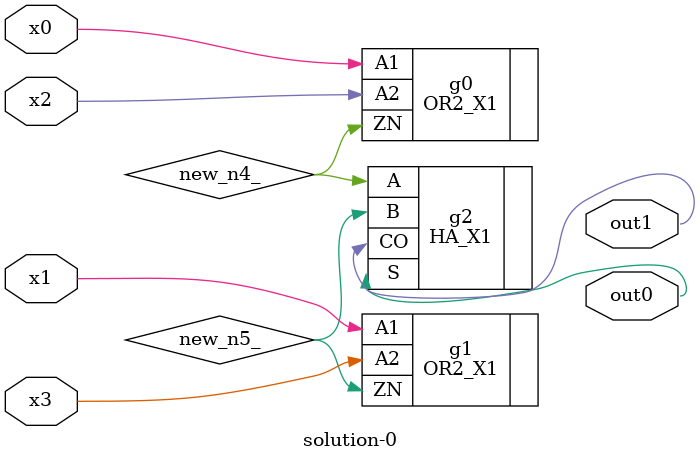
<source format=v>
module \solution-0 (
  x0, x1, x2, x3,
  out0, out1 );
  input x0, x1, x2, x3;
  output out0, out1;
  wire new_n4_, new_n5_;
  OR2_X1  g0(.A1(x0), .A2(x2), .ZN(new_n4_));
  OR2_X1  g1(.A1(x1), .A2(x3), .ZN(new_n5_));
  HA_X1  g2(.A(new_n4_), .B(new_n5_), .CO(out1), .S(out0));
endmodule

</source>
